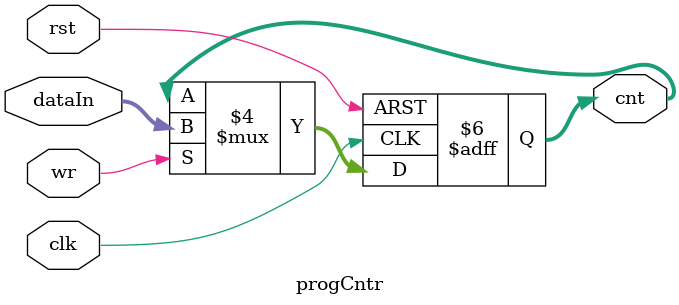
<source format=v>
/* The program counter module (progCntr.v) specifies the location a system is in the program sequence being run. Post instruction
   fetching, the program counter is incremented and carries the most recent memory address for the following instruction that will
   be executed next.
*/
module progCntr(clk,rst,wr,dataIn,cnt);
		// Input ports
        input clk, rst, wr;
        input [15:0] dataIn;
        // Output ports
		output [15:0] cnt;
	
        reg [15:0] cnt;

        always@(posedge clk or negedge rst)
        begin
			if(~rst)
			begin
				cnt<=16'h0000;
			end
			else
			begin
				if(wr)
				begin
					cnt<=dataIn;
				end
				else
				begin
					cnt<=cnt;
				end
			end
        end
endmodule

</source>
